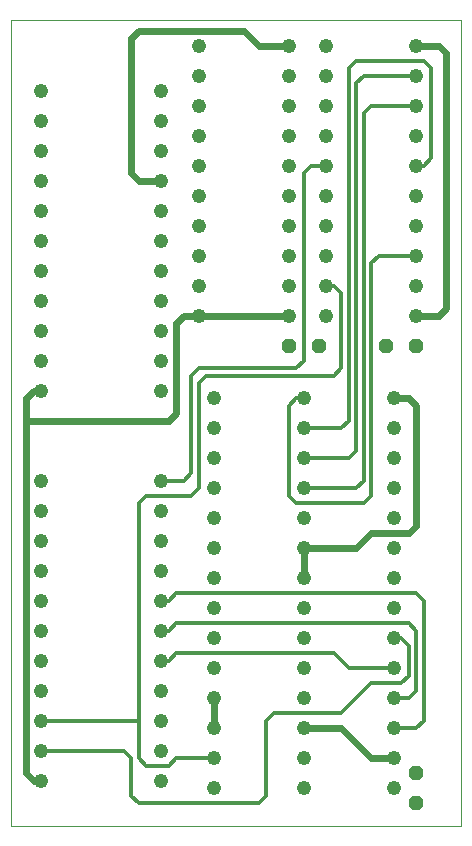
<source format=gtl>
G75*
%MOIN*%
%OFA0B0*%
%FSLAX24Y24*%
%IPPOS*%
%LPD*%
%AMOC8*
5,1,8,0,0,1.08239X$1,22.5*
%
%ADD10C,0.0000*%
%ADD11C,0.0480*%
%ADD12OC8,0.0480*%
%ADD13C,0.0240*%
%ADD14C,0.0120*%
D10*
X000100Y000283D02*
X000100Y027153D01*
X015092Y027153D01*
X015092Y000283D01*
X000100Y000283D01*
D11*
X001100Y001783D03*
X001100Y002783D03*
X001100Y003783D03*
X001100Y004783D03*
X001100Y005783D03*
X001100Y006783D03*
X001100Y007783D03*
X001100Y008783D03*
X001100Y009783D03*
X001100Y010783D03*
X001100Y011783D03*
X001100Y014783D03*
X001100Y015783D03*
X001100Y016783D03*
X001100Y017783D03*
X001100Y018783D03*
X001100Y019783D03*
X001100Y020783D03*
X001100Y021783D03*
X001100Y022783D03*
X001100Y023783D03*
X001100Y024783D03*
X005100Y024783D03*
X005100Y023783D03*
X005100Y022783D03*
X005100Y021783D03*
X005100Y020783D03*
X005100Y019783D03*
X005100Y018783D03*
X005100Y017783D03*
X005100Y016783D03*
X005100Y015783D03*
X005100Y014783D03*
X006350Y017283D03*
X006350Y018283D03*
X006350Y019283D03*
X006350Y020283D03*
X006350Y021283D03*
X006350Y022283D03*
X006350Y023283D03*
X006350Y024283D03*
X006350Y025283D03*
X006350Y026283D03*
X009350Y026283D03*
X009350Y025283D03*
X009350Y024283D03*
X009350Y023283D03*
X009350Y022283D03*
X009350Y021283D03*
X009350Y020283D03*
X009350Y019283D03*
X009350Y018283D03*
X009350Y017283D03*
X010600Y017283D03*
X010600Y018283D03*
X010600Y019283D03*
X010600Y020283D03*
X010600Y021283D03*
X010600Y022283D03*
X010600Y023283D03*
X010600Y024283D03*
X010600Y025283D03*
X010600Y026283D03*
X013600Y026283D03*
X013600Y025283D03*
X013600Y024283D03*
X013600Y023283D03*
X013600Y022283D03*
X013600Y021283D03*
X013600Y020283D03*
X013600Y019283D03*
X013600Y018283D03*
X013600Y017283D03*
X012850Y014533D03*
X012850Y014533D03*
X012850Y013533D03*
X012850Y013533D03*
X012850Y012533D03*
X012850Y012533D03*
X012850Y011533D03*
X012850Y011533D03*
X012850Y010533D03*
X012850Y010533D03*
X012850Y009533D03*
X012850Y009533D03*
X012850Y008533D03*
X012850Y008533D03*
X012850Y007533D03*
X012850Y007533D03*
X012850Y006533D03*
X012850Y006533D03*
X012850Y005533D03*
X012850Y005533D03*
X012850Y004533D03*
X012850Y004533D03*
X012850Y003533D03*
X012850Y003533D03*
X012850Y002533D03*
X012850Y002533D03*
X012850Y001533D03*
X012850Y001533D03*
X009850Y001533D03*
X009850Y002533D03*
X009850Y003533D03*
X009850Y004533D03*
X009850Y005533D03*
X009850Y006533D03*
X009850Y007533D03*
X009850Y008533D03*
X009850Y009533D03*
X009850Y010533D03*
X009850Y011533D03*
X009850Y012533D03*
X009850Y013533D03*
X009850Y014533D03*
X006850Y014533D03*
X006850Y013533D03*
X006850Y012533D03*
X006850Y011533D03*
X006850Y010533D03*
X006850Y009533D03*
X006850Y008533D03*
X006850Y007533D03*
X006850Y006533D03*
X006850Y005533D03*
X006850Y004533D03*
X006850Y003533D03*
X006850Y002533D03*
X006850Y001533D03*
X005100Y001783D03*
X005100Y002783D03*
X005100Y003783D03*
X005100Y004783D03*
X005100Y005783D03*
X005100Y006783D03*
X005100Y007783D03*
X005100Y008783D03*
X005100Y009783D03*
X005100Y010783D03*
X005100Y011783D03*
D12*
X009350Y016283D03*
X010350Y016283D03*
X012600Y016283D03*
X013600Y016283D03*
X013600Y002033D03*
X013600Y001033D03*
D13*
X012850Y002533D02*
X012100Y002533D01*
X011100Y003533D01*
X009850Y003533D01*
X006850Y003533D02*
X006850Y004533D01*
X009850Y008533D02*
X009850Y009533D01*
X011600Y009533D01*
X012100Y010033D01*
X013350Y010033D01*
X013600Y010283D01*
X013600Y014283D01*
X013350Y014533D01*
X012850Y014533D01*
X013600Y017283D02*
X014350Y017283D01*
X014600Y017533D01*
X014600Y026033D01*
X014350Y026283D01*
X013600Y026283D01*
X009350Y026283D02*
X008350Y026283D01*
X007850Y026783D01*
X004350Y026783D01*
X004100Y026533D01*
X004100Y022033D01*
X004350Y021783D01*
X005100Y021783D01*
X005850Y017283D02*
X006350Y017283D01*
X009350Y017283D01*
X005850Y017283D02*
X005600Y017033D01*
X005600Y014033D01*
X005350Y013783D01*
X000600Y013783D01*
X000600Y014533D01*
X000850Y014783D01*
X001100Y014783D01*
X000600Y013783D02*
X000600Y002033D01*
X000850Y001783D01*
X001100Y001783D01*
D14*
X001100Y002783D02*
X003850Y002783D01*
X004100Y002533D01*
X004100Y001283D01*
X004350Y001033D01*
X008350Y001033D01*
X008600Y001283D01*
X008600Y003783D01*
X008850Y004033D01*
X011100Y004033D01*
X012100Y005033D01*
X013100Y005033D01*
X013350Y005283D01*
X013350Y006283D01*
X013100Y006533D01*
X012850Y006533D01*
X013350Y007033D02*
X013600Y006783D01*
X013600Y004783D01*
X013350Y004533D01*
X012850Y004533D01*
X012850Y003533D02*
X013600Y003533D01*
X013850Y003783D01*
X013850Y007783D01*
X013600Y008033D01*
X005600Y008033D01*
X005350Y007783D01*
X005100Y007783D01*
X005600Y007033D02*
X013350Y007033D01*
X012850Y005533D02*
X011350Y005533D01*
X010850Y006033D01*
X005600Y006033D01*
X005350Y005783D01*
X005100Y005783D01*
X005100Y006783D02*
X005350Y006783D01*
X005600Y007033D01*
X004350Y003783D02*
X004350Y011033D01*
X004600Y011283D01*
X006100Y011283D01*
X006350Y011533D01*
X006350Y015033D01*
X006600Y015283D01*
X010850Y015283D01*
X011100Y015533D01*
X011100Y018033D01*
X010850Y018283D01*
X010600Y018283D01*
X012100Y019033D02*
X012350Y019283D01*
X013600Y019283D01*
X012100Y019033D02*
X012100Y011283D01*
X011850Y011033D01*
X009600Y011033D01*
X009350Y011283D01*
X009350Y014283D01*
X009600Y014533D01*
X009850Y014533D01*
X009600Y015533D02*
X009850Y015783D01*
X009850Y022033D01*
X010100Y022283D01*
X010600Y022283D01*
X011850Y024033D02*
X012100Y024283D01*
X013600Y024283D01*
X013600Y025283D02*
X011850Y025283D01*
X011600Y025033D01*
X011600Y012783D01*
X011350Y012533D01*
X009850Y012533D01*
X009850Y011533D02*
X011600Y011533D01*
X011850Y011783D01*
X011850Y024033D01*
X011350Y025533D02*
X011600Y025783D01*
X013850Y025783D01*
X014100Y025533D01*
X014100Y022533D01*
X013850Y022283D01*
X013600Y022283D01*
X011350Y025533D02*
X011350Y013783D01*
X011100Y013533D01*
X009850Y013533D01*
X009600Y015533D02*
X006350Y015533D01*
X006100Y015283D01*
X006100Y012033D01*
X005850Y011783D01*
X005100Y011783D01*
X004350Y003783D02*
X001100Y003783D01*
X004350Y003783D02*
X004350Y002533D01*
X004600Y002283D01*
X005350Y002283D01*
X005600Y002533D01*
X006850Y002533D01*
M02*

</source>
